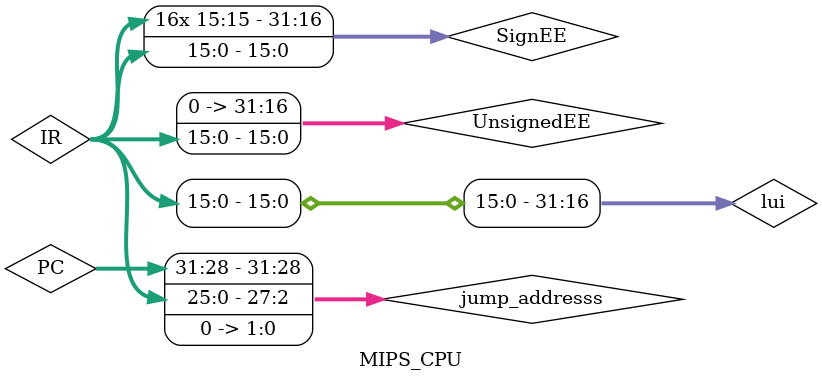
<source format=v>
`timescale 1 ns / 1ps
module Clock_Generator(clock);
output reg clock;

initial
begin
clock=0;
end

always
begin
#31 clock=~clock;
end

endmodule
`timescale 1ns / 1ps
//////////////////////////////////////////////////////////////////////////////////
// Company: 
// Engineer: 
// 
// Create Date:    19:47:06 10/19/2019 
// Design Name: 
// Module Name:    InstructionMemory 
// Project Name: 
// Target Devices: 
// Tool versions: 
// Description: 
//
// Dependencies: 
//
// Revision: 
// Revision 0.01 - File Created
// Additional Comments: 
//
//////////////////////////////////////////////////////////////////////////////////
module InstructionMemory(Read_Address,Instruction);

input [31:0] Read_Address;
output [31:0] Instruction; // Both input and output are wires

reg [31:0] Inst_Memory [0:8191];

//loading data into memory
/* initial
begin
$readmemh("[project directory]/work/IM.txt",Inst_Memory);
end */

assign Instruction = Inst_Memory[Read_Address[12:0]];

endmodule

module MUX4input2(A,B,C,D,OUT,SEL);

input [4:0] A,B,C,D;
input [1:0] SEL;
output reg [4:0] OUT;
always @ (A,B,C,D,SEL)

case(SEL)
0:OUT <= A;
1:OUT <= B;
2:OUT <= C;
3:OUT <= D;
endcase

endmodule

module MUX4input(A,B,C,D,OUT,SEL);

input [31:0] A,B,C,D;
input [1:0] SEL;
output reg [31:0] OUT;
always @ (A,B,C,D,SEL)

case(SEL)
0:OUT <= A;
1:OUT <= B;
2:OUT <= C;
3:OUT <= D;
endcase

endmodule

module MUX (A,B,OUT,SEL);

input [31:0] A,B;
input SEL;
output reg [31:0] OUT;
always @ (A,B,SEL)

case(SEL)
0:OUT <= A;
1:OUT <= B;
endcase

endmodule

module Register_File (Read1,Read2,WriteReg,WriteData,RegWrite,Data1,Data2,clock);

input [4:0] Read1,Read2,WriteReg;
input [31:0] WriteData;
input RegWrite,clock;
output [31:0] Data1,Data2;
reg [31:0] Reg_File[0:31];

initial
begin
Reg_File [0] <= 0;
Reg_File [29] <= 4096;
end

assign Data1 = Reg_File[Read1];
assign Data2 = Reg_File[Read2];

always @(posedge clock)
begin
if(RegWrite)
Reg_File[WriteReg] <= WriteData;
end

endmodule


//inputs:
// 1 - func: 6 bits represents the operation to be done in case of an R-format type register
// 2 - AluOp : 3 bits comming from the control unit to dertermine which instruction type and operation
// outputs:
// 1 - AluControl : 4 pins going to the Alu to dertermine operation
// 2 - JRMuxControl : one bit to control the mux of the JR address or the other muxes addresses

// function: take the AluOp and func and dertermine what to send to Alu unit on the control pins and JRMuxControl 


module AluControlUint(AluControl,func,AluOp);

input [5:0] func; 
input [2:0] AluOp;
output reg [3:0] AluControl;

// always block that loops everytime func or AluOp change 
always@(func,AluOp)
begin
    // incase R-format look at the func field and determine operation 
    if (AluOp == 2)
    begin
    case (func)
        32 : AluControl <= 2;  // 32 means send to the alu value 2 (add operation) add instruction
        34 : AluControl <= 6;  // 34 means send to the alu value 6 (subtract operation) sub instruction
	36 : AluControl <= 0;  // 36 for and instruction
        37 : AluControl <= 1;  // 37 means send to the alu value 1 (or operation) or instruction
	38 : AluControl <= 3;  // 38 for xor instruction
        42 : AluControl <= 7;  // 42 means send to the alu value 7 (compare operation) slt instruction
        39 : AluControl <= 12; // 39 means send to the alu value 12 (nor operation) nor instruction
	0  : AluControl <= 13; // 0 for sll instruction
	2  : AluControl <= 8;  // 2 for srl instruction
	3  : AluControl <= 9;  // 3 for sra instruction 
        default:AluControl <=0; // just in case make and error value
    endcase  
    end

    // incase Lw or Sw or addi
    else if (AluOp == 0)
    begin
    AluControl <= 2; // send to the alu value 2 (add operation) lw or sw
    end

    // incase beq instruction use the Alu to subtract the two values 
    else if (AluOp == 1) 
    begin 
    AluControl <= 6; // send to the alu value 6 (subtract operation) beq $ bne
    end

    // incase ori instruction use the Alu to or operation 
    else if (AluOp == 3)
    begin
    AluControl <= 1; // send to the alu value 1 (or operation) ori 
    end

    // incase andi instruction use the Alu to and operation 
    else if (AluOp == 4)
    begin
    AluControl <= 0; // send to the alu value 0 (and operation) andi 
    end

    // incase xori instruction use the Alu to and operation 
    else if (AluOp == 5)
    begin
    AluControl <= 3; // send to the alu value 3 (xor operation) xori 
    end

    // in case of slti operation
    else if (AluOp == 6)
    begin
    AluControl <= 7; // send to the alu value 7 (compare operation) slti 
    end

    // in case of error
    else
    begin
    AluControl <= 0;
    end
end
endmodule
`timescale 1ns / 1ps
//////////////////////////////////////////////////////////////////////////////////
// Company: 
// Engineer: 
// 
// Create Date:    16:14:55 10/17/2019 
// Design Name: 
// Module Name:    ALU 
// Project Name: 
// Target Devices: 
// Tool versions: 
// Description: 
//
// Dependencies: 
//
// Revision: 
// Revision 0.01 - File Created
// Additional Comments: 
//
//////////////////////////////////////////////////////////////////////////////////


/* inputs:
 1 - input1 : the first input comming from register file
 2 - input2 : the second input comming from the mux
 3 - AluControl : 4 pins that determine which operation to be done
 4 - shamt incase the SLL instruction the amount of shift left 
 outputs :
 1- AluOutput : the result of calculations from the ALu 
 2 - ZeroFlag : it is set to one if the result is zero 
 function: takes two inputs and procceses them based on the control pins and produce the output*/

module AluMips(AluOutput,ZeroFlag,input1,input2,AluControl,shamt);

input [4:0] shamt; // shamt field 5 pins 
input [31:0] input1,input2; // inputs to the alu 31 pins each
input [3:0] AluControl; // the control pins 4 pins
output reg  [31:0] AluOutput; // the result of calculations 
output ZeroFlag; // 1 pit indicate if zero happend

assign ZeroFlag = (AluOutput == 0); // use assing statement to set the value of zero flag 

// always block to keep looping each time input1 or input2 or control pins change
always@(input1,input2,AluControl,shamt)
case (AluControl) // case condition to check values
    0 : AluOutput <= input1 & input2; // 0 on control pins mean do and operation
    1 : AluOutput <= input1 | input2; // 1 on control pins mean do OR operation 
    2 : AluOutput <= input1 + input2; // 2 on control pins mean add the two inputs
    3 : AluOutput <= input1 ^ input2; // 3 for xor operation
    6 : AluOutput <= input1 - input2; // 6 on control pins mean subtract the two inputs
    7 : AluOutput <= (input1 < input2) ? 1:0; // 7 on control pins mean do comapre operation if input1 < input2 then the output is one else zero
    8 : AluOutput <= (input2>>shamt);	// 8 for srl instruction
    9 : AluOutput <= (input2>>>shamt);	// 9 for sra instruction
    12 : AluOutput <= ~(input1 | input2); // 12 on control pins mean do nor operation
    13 : AluOutput <= (input2<<shamt); // 13 on control pins mean dicards second input and shift left input 1 by the shmat field value
    default: AluOutput <= 0; // incase of error just output zero 
endcase

endmodule
`timescale 1ns / 1ps
//////////////////////////////////////////////////////////////////////////////////
// Company: 
// Engineer: 
// 
// Create Date:    20:21:32 10/19/2019 
// Design Name: 
// Module Name:    DataMemory 
// Project Name: 
// Target Devices: 
// Tool versions: 
// Description: 
//
// Dependencies: 
//
// Revision: 
// Revision 0.01 - File Created
// Additional Comments: 
//
//////////////////////////////////////////////////////////////////////////////////
module DataMemory(Data,clk,Address,MemWrite,MemRead,WriteData);

input MemWrite,MemRead,clk;

input [31:0] Address,WriteData;

reg [31:0] locations[0:8191];

output [31:0] Data;

always@(posedge clk)
begin
    if(MemWrite == 1'b1)
    begin
        locations[Address] <= WriteData; 
    end
end

assign Data = (MemRead == 1'b1) ? locations[Address] : 0;

endmodule


`timescale 1ns / 1ps
module control(RegDst,ALUSrc,MemtoReg,RegWrite,MemRead,MemWrite,Branch,ALUOp,Instruction,jump);
/* inputs Instruction : 6 bits opcode to determine the type of the operation
	
	outputs 
	
	RegDst:determines the register to be written to
	ALUSrc:determines the second input to the alu "immediate feild or register 2 data"
	MemtoReg:determines the data to be written to a register
	RegWrite:allows to write to a register
	MemRead:allows to read from a memory address
	MemWrite:allows to write in a memory address
	Branch:used in branch condition
	ALUOp:send data to alu control unit
	jump:used in jump condition
*/
input [5:0] Instruction;
output reg RegWrite,MemRead,MemWrite,Branch,jump;
output reg [1:0] RegDst,MemtoReg,ALUSrc;
output reg [2:0] ALUOp;

always @*

casex(Instruction)
0:begin RegDst<=1;ALUSrc<=0;MemtoReg<=0;RegWrite<=1;MemRead<=0;MemWrite<=0;Branch<=0;ALUOp<=2;jump<=0; // R-type Instructions
end

35:begin RegDst<=0;ALUSrc<=1;MemtoReg<=1;RegWrite<=1;MemRead<=1;MemWrite<=0;Branch<=0;ALUOp<=0;jump<=0; 	// load-word Instruction
end

43:begin RegDst<=2'bxx;ALUSrc<=1;MemtoReg<=2'bxx;RegWrite<=0;MemRead<=0;MemWrite<=1;Branch<=0;ALUOp<=0;jump<=0; // store-word Instruction
end

4:begin RegDst<=2'bxx;ALUSrc<=0;MemtoReg<=2'bxx;RegWrite<=0;MemRead<=0;MemWrite<=0;Branch<=1;ALUOp<=1;jump<=0; // Beq Instruction
end

5:begin RegDst<=2'bxx;ALUSrc<=0;MemtoReg<=2'bxx;RegWrite<=0;MemRead<=0;MemWrite<=0;Branch<=1;ALUOp<=1;jump<=0; // Bne Instruction
end

8:begin RegDst<=0;ALUSrc<=1;MemtoReg<=0;RegWrite<=1;MemRead<=0;MemWrite<=0;Branch<=0;ALUOp<=0;jump<=0; // add-imediate Instruction
end

10:begin RegDst<=0;ALUSrc<=1;MemtoReg<=0;RegWrite<=1;MemRead<=0;MemWrite<=0;Branch<=0;ALUOp<=6;jump<=0; // slt-imediate Instruction
end

12:begin RegDst<=0;ALUSrc<=2;MemtoReg<=0;RegWrite<=1;MemRead<=0;MemWrite<=0;Branch<=0;ALUOp<=4;jump<=0; // and-imediate Instruction
end

13:begin RegDst<=0;ALUSrc<=2;MemtoReg<=0;RegWrite<=1;MemRead<=0;MemWrite<=0;Branch<=0;ALUOp<=3;jump<=0; // or-imediate Instruction
end

14:begin RegDst<=0;ALUSrc<=2;MemtoReg<=0;RegWrite<=1;MemRead<=0;MemWrite<=0;Branch<=0;ALUOp<=5;jump<=0; // xor-imediate Instruction
end

15:begin RegDst<=0;ALUSrc<=1'bx;MemtoReg<=3;RegWrite<=1;MemRead<=0;MemWrite<=0;Branch<=0;ALUOp<=3'bxxx;jump<=0; // lui Instruction
end

2:begin RegDst<=2'bxx;ALUSrc<=1'bx;MemtoReg<=2'bxx;RegWrite<=0;MemRead<=0;MemWrite<=0;Branch<=0;ALUOp<=3'bxxx;jump<=1; // jump Instruction
end

3:begin RegDst<=2;ALUSrc<=1'bx;MemtoReg<=2;RegWrite<=1;MemRead<=0;MemWrite<=0;Branch<=0;ALUOp<=3'bxxx;jump<=1; // jump and link instruction
end

default:begin RegDst<=0;ALUSrc<=1'bx;MemtoReg<=0;RegWrite<=0;MemRead<=0;MemWrite<=0;Branch<=0;ALUOp<=0;jump<=0;
end

endcase
endmodule


`timescale 1 ns / 1ps
//////////////////////////////////////////////////////////////////////////////////
// Company: 
// Engineer: 
// 
// Create Date:    20:32:39 10/19/2019 
// Design Name: 
// Module Name:    MIPS_CPU 
// Project Name: 
// Target Devices: 
// Tool versions: 
// Description: 
//
// Dependencies: 
//
// Revision: 
// Revision 0.01 - File Created
// Additional Comments: 
//
//////////////////////////////////////////////////////////////////////////////////
module MIPS_CPU();

reg [31:0] PC;
wire [31:0] IR,MemToRegOut,ReadData1,ReadData2,SignEE, UnsignedEE,ALUin2,AluOutput,Data,shiftedSignEE,branch_muxOut,jump_addresss,JumpOut, PCinput, PCout, lui;
wire RegWriteOut,RegWrite,CLK,JRMuxControl,ZeroFlag,MemWrite,MemRead,Branch,jump,isBranch;
wire [1:0] RegDst,MemtoReg,ALUSrc; // 2 bits for JAL 
wire [2:0] AluOp;
wire[3:0] AluControl;
wire [4:0] RegDstOut;

initial
begin
PC <= 0;
end

always @ (posedge CLK)
begin
PC <= PCout;
end

assign PCinput = PC + 4;
assign JRMuxControl = (IR[31:26] == 0 & IR[5:0] == 8) ? 1:0 ;
assign RegWriteOut = RegWrite & (~JRMuxControl);
assign SignEE = { {16{IR[15]}}, IR[15:0] };
assign UnsignedEE = { 16'b0 , IR[15:0] };
assign shiftedSignEE = (SignEE <<2) + PCinput;
assign isBranch = (IR[28:26]==5) ? (Branch & ~ZeroFlag):(Branch & ZeroFlag) ;
assign jump_addresss = { {PC[31:28]}, (IR[27:0]<<2) };
assign lui = { SignEE[15:0] , ReadData2[15:0] };


Clock_Generator clock (CLK);

InstructionMemory IM(PC>>2,IR);

control Control_Unit(RegDst,ALUSrc,MemtoReg,RegWrite,MemRead,MemWrite,Branch,AluOp,IR[31:26],jump);

AluControlUint ALUcontrolunit1(AluControl,IR[5:0],AluOp);

MUX4input2 RegDstMux(IR[20:16], IR[15:11], 5'b11111, 5'b0, RegDstOut, RegDst);// check with TA inputs problem

Register_File RF(IR[25:21],IR[20:16],RegDstOut,MemToRegOut,RegWriteOut,ReadData1,ReadData2,CLK);

MUX4input ALU_SRC (ReadData2,SignEE,UnsignedEE,32'b0,ALUin2,ALUSrc);

AluMips ALU(AluOutput,ZeroFlag,ReadData1,ALUin2,AluControl,IR[10:6]);

DataMemory Data_memory(Data,CLK,AluOutput,MemWrite,MemRead,ReadData2);

MUX4input MemtoRegMUX(AluOutput,Data,PCinput,lui,MemToRegOut,MemtoReg);

MUX BranchMUX (PCinput,shiftedSignEE,branch_muxOut,isBranch);

MUX JumpMUX (branch_muxOut,jump_addresss,JumpOut,jump);

MUX JumpRegMUX(JumpOut,ReadData1,PCout,JRMuxControl);


endmodule


</source>
